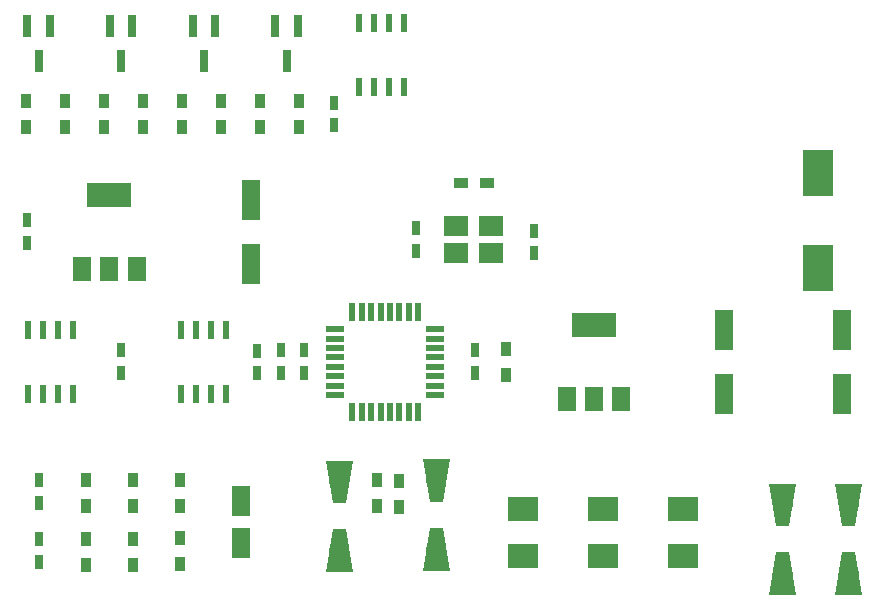
<source format=gbr>
G04 #@! TF.GenerationSoftware,KiCad,Pcbnew,(5.1.2)-1*
G04 #@! TF.CreationDate,2021-04-14T20:40:14-07:00*
G04 #@! TF.ProjectId,kicad-cpu-board-smt,6b696361-642d-4637-9075-2d626f617264,rev?*
G04 #@! TF.SameCoordinates,Original*
G04 #@! TF.FileFunction,Paste,Top*
G04 #@! TF.FilePolarity,Positive*
%FSLAX46Y46*%
G04 Gerber Fmt 4.6, Leading zero omitted, Abs format (unit mm)*
G04 Created by KiCad (PCBNEW (5.1.2)-1) date 2021-04-14 20:40:14*
%MOMM*%
%LPD*%
G04 APERTURE LIST*
%ADD10C,1.676868*%
%ADD11C,0.100000*%
%ADD12R,1.600000X0.550000*%
%ADD13R,0.550000X1.600000*%
%ADD14R,0.600000X1.550000*%
%ADD15R,2.500000X4.000000*%
%ADD16R,2.100000X1.800000*%
%ADD17R,2.500000X2.000000*%
%ADD18R,1.600000X3.500000*%
%ADD19R,3.800000X2.000000*%
%ADD20R,1.500000X2.000000*%
%ADD21R,0.900000X1.200000*%
%ADD22R,1.200000X0.900000*%
%ADD23R,0.800000X1.900000*%
%ADD24R,0.750000X1.200000*%
%ADD25R,1.600000X2.600000*%
G04 APERTURE END LIST*
D10*
X42445940Y-56127060D03*
D11*
G36*
X41295940Y-54327060D02*
G01*
X43595940Y-54327060D01*
X42995940Y-57927060D01*
X41895940Y-57927060D01*
X41295940Y-54327060D01*
X41295940Y-54327060D01*
G37*
D10*
X42445940Y-61927060D03*
D11*
G36*
X43595940Y-63727060D02*
G01*
X41295940Y-63727060D01*
X41895940Y-60127060D01*
X42995940Y-60127060D01*
X43595940Y-63727060D01*
X43595940Y-63727060D01*
G37*
D10*
X80000000Y-63900000D03*
D11*
G36*
X81150000Y-65700000D02*
G01*
X78850000Y-65700000D01*
X79450000Y-62100000D01*
X80550000Y-62100000D01*
X81150000Y-65700000D01*
X81150000Y-65700000D01*
G37*
D10*
X80000000Y-58100000D03*
D11*
G36*
X78850000Y-56300000D02*
G01*
X81150000Y-56300000D01*
X80550000Y-59900000D01*
X79450000Y-59900000D01*
X78850000Y-56300000D01*
X78850000Y-56300000D01*
G37*
D10*
X85600540Y-58087940D03*
D11*
G36*
X84450540Y-56287940D02*
G01*
X86750540Y-56287940D01*
X86150540Y-59887940D01*
X85050540Y-59887940D01*
X84450540Y-56287940D01*
X84450540Y-56287940D01*
G37*
D10*
X85600540Y-63887940D03*
D11*
G36*
X86750540Y-65687940D02*
G01*
X84450540Y-65687940D01*
X85050540Y-62087940D01*
X86150540Y-62087940D01*
X86750540Y-65687940D01*
X86750540Y-65687940D01*
G37*
D10*
X50678080Y-56038160D03*
D11*
G36*
X49528080Y-54238160D02*
G01*
X51828080Y-54238160D01*
X51228080Y-57838160D01*
X50128080Y-57838160D01*
X49528080Y-54238160D01*
X49528080Y-54238160D01*
G37*
D10*
X50678080Y-61838160D03*
D11*
G36*
X51828080Y-63638160D02*
G01*
X49528080Y-63638160D01*
X50128080Y-60038160D01*
X51228080Y-60038160D01*
X51828080Y-63638160D01*
X51828080Y-63638160D01*
G37*
D12*
X50600000Y-48800000D03*
X50600000Y-48000000D03*
X50600000Y-47200000D03*
X50600000Y-46400000D03*
X50600000Y-45600000D03*
X50600000Y-44800000D03*
X50600000Y-44000000D03*
X50600000Y-43200000D03*
D13*
X49150000Y-41750000D03*
X48350000Y-41750000D03*
X47550000Y-41750000D03*
X46750000Y-41750000D03*
X45950000Y-41750000D03*
X45150000Y-41750000D03*
X44350000Y-41750000D03*
X43550000Y-41750000D03*
D12*
X42100000Y-43200000D03*
X42100000Y-44000000D03*
X42100000Y-44800000D03*
X42100000Y-45600000D03*
X42100000Y-46400000D03*
X42100000Y-47200000D03*
X42100000Y-48000000D03*
X42100000Y-48800000D03*
D13*
X43550000Y-50250000D03*
X44350000Y-50250000D03*
X45150000Y-50250000D03*
X45950000Y-50250000D03*
X46750000Y-50250000D03*
X47550000Y-50250000D03*
X48350000Y-50250000D03*
X49150000Y-50250000D03*
D14*
X16095000Y-48700000D03*
X17365000Y-48700000D03*
X18635000Y-48700000D03*
X19905000Y-48700000D03*
X19905000Y-43300000D03*
X18635000Y-43300000D03*
X17365000Y-43300000D03*
X16095000Y-43300000D03*
D15*
X83000000Y-38000000D03*
X83000000Y-30000000D03*
D16*
X55272600Y-34491280D03*
X52372600Y-34491280D03*
X52372600Y-36791280D03*
X55272600Y-36791280D03*
D17*
X64800000Y-58400000D03*
X64800000Y-62400000D03*
X71600000Y-58400000D03*
X71600000Y-62400000D03*
X58000000Y-62400000D03*
X58000000Y-58400000D03*
D18*
X35000000Y-37700000D03*
X35000000Y-32300000D03*
D14*
X29095000Y-48700000D03*
X30365000Y-48700000D03*
X31635000Y-48700000D03*
X32905000Y-48700000D03*
X32905000Y-43300000D03*
X31635000Y-43300000D03*
X30365000Y-43300000D03*
X29095000Y-43300000D03*
X44095000Y-22700000D03*
X45365000Y-22700000D03*
X46635000Y-22700000D03*
X47905000Y-22700000D03*
X47905000Y-17300000D03*
X46635000Y-17300000D03*
X45365000Y-17300000D03*
X44095000Y-17300000D03*
D19*
X23000000Y-31850000D03*
D20*
X23000000Y-38150000D03*
X25300000Y-38150000D03*
X20700000Y-38150000D03*
D19*
X64000000Y-42850000D03*
D20*
X64000000Y-49150000D03*
X66300000Y-49150000D03*
X61700000Y-49150000D03*
D21*
X29000000Y-58200000D03*
X29000000Y-56000000D03*
X25000000Y-58200000D03*
X25000000Y-56000000D03*
X21000000Y-58200000D03*
X21000000Y-56000000D03*
X29000000Y-63100000D03*
X29000000Y-60900000D03*
X25000000Y-63200000D03*
X25000000Y-61000000D03*
X21000000Y-63200000D03*
X21000000Y-61000000D03*
X39035000Y-26100000D03*
X39035000Y-23900000D03*
X35739284Y-26100000D03*
X35739284Y-23900000D03*
X32443570Y-26100000D03*
X32443570Y-23900000D03*
X29147856Y-26100000D03*
X29147856Y-23900000D03*
X25852142Y-26100000D03*
X25852142Y-23900000D03*
X22556428Y-26100000D03*
X22556428Y-23900000D03*
X19260714Y-26100000D03*
X19260714Y-23900000D03*
X15965000Y-26100000D03*
X15965000Y-23900000D03*
X47500000Y-58250000D03*
X47500000Y-56050000D03*
X45689520Y-58196660D03*
X45689520Y-55996660D03*
X56575960Y-44848600D03*
X56575960Y-47048600D03*
D22*
X52768320Y-30853380D03*
X54968320Y-30853380D03*
D23*
X38950000Y-17500000D03*
X37050000Y-17500000D03*
X38000000Y-20500000D03*
X31950000Y-17500000D03*
X30050000Y-17500000D03*
X31000000Y-20500000D03*
X24950000Y-17500000D03*
X23050000Y-17500000D03*
X24000000Y-20500000D03*
X17950000Y-17500000D03*
X16050000Y-17500000D03*
X17000000Y-20500000D03*
D24*
X17000000Y-57900000D03*
X17000000Y-56000000D03*
X17000000Y-62900000D03*
X17000000Y-61000000D03*
X37500000Y-46900000D03*
X37500000Y-45000000D03*
X42000000Y-24050000D03*
X42000000Y-25950000D03*
D18*
X85000000Y-48700000D03*
X85000000Y-43300000D03*
D24*
X16000000Y-35900000D03*
X16000000Y-34000000D03*
X48991520Y-36548100D03*
X48991520Y-34648100D03*
X58963560Y-36751340D03*
X58963560Y-34851340D03*
X39500000Y-46900000D03*
X39500000Y-45000000D03*
X35500000Y-46950000D03*
X35500000Y-45050000D03*
X53990240Y-46900000D03*
X53990240Y-45000000D03*
D25*
X34100000Y-61350000D03*
X34100000Y-57750000D03*
D18*
X75000000Y-48700000D03*
X75000000Y-43300000D03*
D24*
X24000000Y-46900000D03*
X24000000Y-45000000D03*
M02*

</source>
